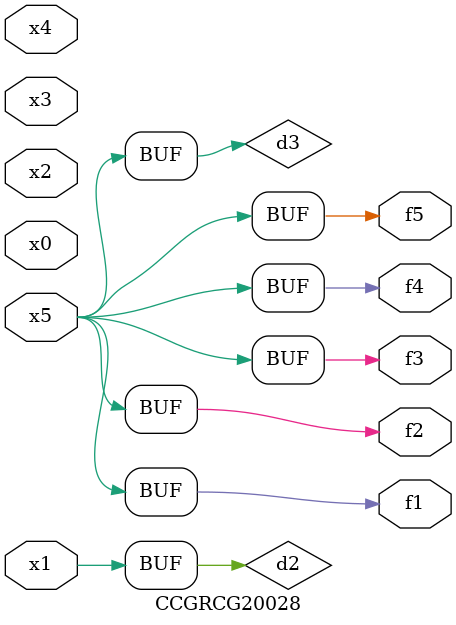
<source format=v>
module CCGRCG20028(
	input x0, x1, x2, x3, x4, x5,
	output f1, f2, f3, f4, f5
);

	wire d1, d2, d3;

	not (d1, x5);
	or (d2, x1);
	xnor (d3, d1);
	assign f1 = d3;
	assign f2 = d3;
	assign f3 = d3;
	assign f4 = d3;
	assign f5 = d3;
endmodule

</source>
